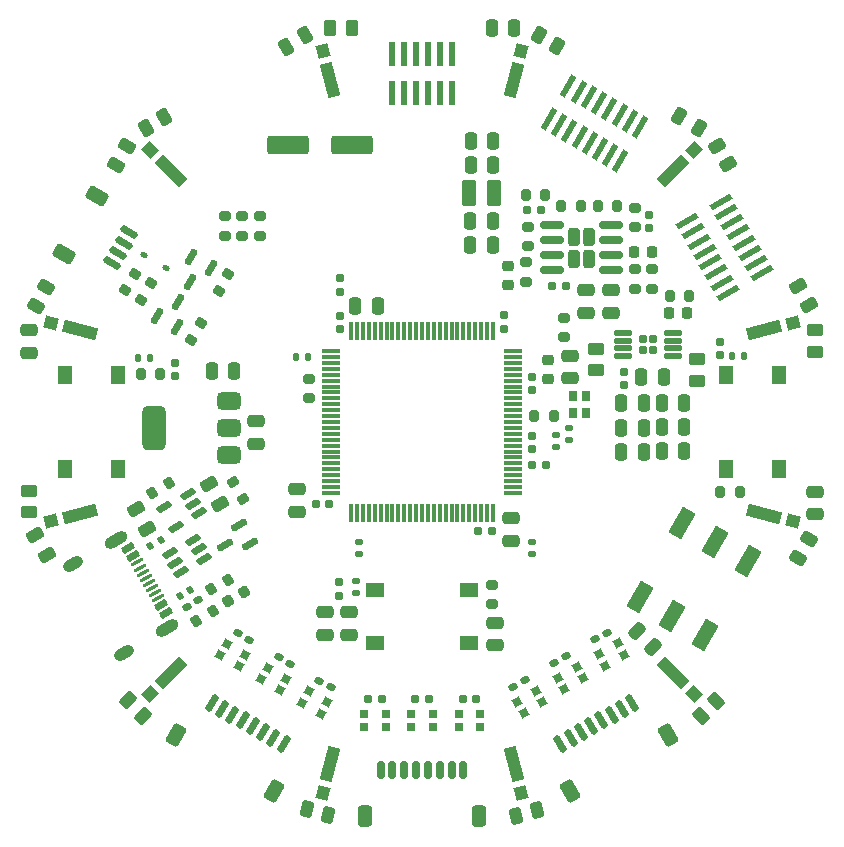
<source format=gbr>
%TF.GenerationSoftware,KiCad,Pcbnew,8.0.3*%
%TF.CreationDate,2024-08-19T15:25:54-04:00*%
%TF.ProjectId,vibrometer_h7,76696272-6f6d-4657-9465-725f68372e6b,rev?*%
%TF.SameCoordinates,Original*%
%TF.FileFunction,Paste,Top*%
%TF.FilePolarity,Positive*%
%FSLAX46Y46*%
G04 Gerber Fmt 4.6, Leading zero omitted, Abs format (unit mm)*
G04 Created by KiCad (PCBNEW 8.0.3) date 2024-08-19 15:25:54*
%MOMM*%
%LPD*%
G01*
G04 APERTURE LIST*
G04 Aperture macros list*
%AMRoundRect*
0 Rectangle with rounded corners*
0 $1 Rounding radius*
0 $2 $3 $4 $5 $6 $7 $8 $9 X,Y pos of 4 corners*
0 Add a 4 corners polygon primitive as box body*
4,1,4,$2,$3,$4,$5,$6,$7,$8,$9,$2,$3,0*
0 Add four circle primitives for the rounded corners*
1,1,$1+$1,$2,$3*
1,1,$1+$1,$4,$5*
1,1,$1+$1,$6,$7*
1,1,$1+$1,$8,$9*
0 Add four rect primitives between the rounded corners*
20,1,$1+$1,$2,$3,$4,$5,0*
20,1,$1+$1,$4,$5,$6,$7,0*
20,1,$1+$1,$6,$7,$8,$9,0*
20,1,$1+$1,$8,$9,$2,$3,0*%
%AMHorizOval*
0 Thick line with rounded ends*
0 $1 width*
0 $2 $3 position (X,Y) of the first rounded end (center of the circle)*
0 $4 $5 position (X,Y) of the second rounded end (center of the circle)*
0 Add line between two ends*
20,1,$1,$2,$3,$4,$5,0*
0 Add two circle primitives to create the rounded ends*
1,1,$1,$2,$3*
1,1,$1,$4,$5*%
%AMRotRect*
0 Rectangle, with rotation*
0 The origin of the aperture is its center*
0 $1 length*
0 $2 width*
0 $3 Rotation angle, in degrees counterclockwise*
0 Add horizontal line*
21,1,$1,$2,0,0,$3*%
G04 Aperture macros list end*
%ADD10RoundRect,0.250000X-0.450000X0.262500X-0.450000X-0.262500X0.450000X-0.262500X0.450000X0.262500X0*%
%ADD11RoundRect,0.200000X-0.275000X0.200000X-0.275000X-0.200000X0.275000X-0.200000X0.275000X0.200000X0*%
%ADD12RoundRect,0.250000X0.512652X0.159099X0.159099X0.512652X-0.512652X-0.159099X-0.159099X-0.512652X0*%
%ADD13RoundRect,0.250000X0.536362X0.020994X0.286362X0.454006X-0.536362X-0.020994X-0.286362X-0.454006X0*%
%ADD14RoundRect,0.155000X0.155000X-0.212500X0.155000X0.212500X-0.155000X0.212500X-0.155000X-0.212500X0*%
%ADD15R,0.800000X0.900000*%
%ADD16R,0.700000X0.700000*%
%ADD17RoundRect,0.200000X0.200000X0.275000X-0.200000X0.275000X-0.200000X-0.275000X0.200000X-0.275000X0*%
%ADD18RoundRect,0.250000X-0.503814X-0.132583X-0.132583X-0.503814X0.503814X0.132583X0.132583X0.503814X0*%
%ADD19RoundRect,0.225000X-0.225000X-0.250000X0.225000X-0.250000X0.225000X0.250000X-0.225000X0.250000X0*%
%ADD20RoundRect,0.250000X-0.536362X-0.020994X-0.286362X-0.454006X0.536362X0.020994X0.286362X0.454006X0*%
%ADD21RoundRect,0.150000X-0.442404X-0.466266X-0.182596X-0.616266X0.442404X0.466266X0.182596X0.616266X0*%
%ADD22RoundRect,0.250000X-0.628109X-0.387917X-0.021891X-0.737917X0.628109X0.387917X0.021891X0.737917X0*%
%ADD23RoundRect,0.250000X0.132583X-0.503814X0.503814X-0.132583X-0.132583X0.503814X-0.503814X0.132583X0*%
%ADD24RoundRect,0.155000X-0.106530X-0.240484X0.261530X-0.027984X0.106530X0.240484X-0.261530X0.027984X0*%
%ADD25RoundRect,0.250000X0.250000X0.475000X-0.250000X0.475000X-0.250000X-0.475000X0.250000X-0.475000X0*%
%ADD26RoundRect,0.250000X0.262500X0.450000X-0.262500X0.450000X-0.262500X-0.450000X0.262500X-0.450000X0*%
%ADD27RoundRect,0.250000X0.454006X0.286362X0.020994X0.536362X-0.454006X-0.286362X-0.020994X-0.536362X0*%
%ADD28RoundRect,0.250000X-0.250000X-0.475000X0.250000X-0.475000X0.250000X0.475000X-0.250000X0.475000X0*%
%ADD29RoundRect,0.155000X-0.155000X0.212500X-0.155000X-0.212500X0.155000X-0.212500X0.155000X0.212500X0*%
%ADD30RoundRect,0.135000X-0.024413X-0.227715X0.209413X-0.092715X0.024413X0.227715X-0.209413X0.092715X0*%
%ADD31RotRect,2.920000X1.040000X285.000000*%
%ADD32RotRect,1.100000X1.040000X285.000000*%
%ADD33RoundRect,0.225000X0.250000X-0.225000X0.250000X0.225000X-0.250000X0.225000X-0.250000X-0.225000X0*%
%ADD34RotRect,0.700000X0.700000X150.000000*%
%ADD35R,1.300000X1.550000*%
%ADD36RoundRect,0.250000X-0.475000X0.250000X-0.475000X-0.250000X0.475000X-0.250000X0.475000X0.250000X0*%
%ADD37RoundRect,0.150000X-0.368838X-0.386154X0.518838X0.126346X0.368838X0.386154X-0.518838X-0.126346X0*%
%ADD38RotRect,2.920000X1.040000X15.000000*%
%ADD39RotRect,1.100000X1.040000X15.000000*%
%ADD40RotRect,2.920000X1.040000X315.000000*%
%ADD41RotRect,1.100000X1.040000X315.000000*%
%ADD42RoundRect,0.155000X0.212500X0.155000X-0.212500X0.155000X-0.212500X-0.155000X0.212500X-0.155000X0*%
%ADD43RoundRect,0.218750X-0.061318X-0.331294X0.317568X-0.112544X0.061318X0.331294X-0.317568X0.112544X0*%
%ADD44RoundRect,0.075000X0.725000X0.075000X-0.725000X0.075000X-0.725000X-0.075000X0.725000X-0.075000X0*%
%ADD45RoundRect,0.075000X0.075000X0.725000X-0.075000X0.725000X-0.075000X-0.725000X0.075000X-0.725000X0*%
%ADD46RoundRect,0.250000X-0.020994X0.536362X-0.454006X0.286362X0.020994X-0.536362X0.454006X-0.286362X0*%
%ADD47RoundRect,0.250000X0.520961X-0.002332X0.258461X0.452332X-0.520961X0.002332X-0.258461X-0.452332X0*%
%ADD48RoundRect,0.155000X-0.212500X-0.155000X0.212500X-0.155000X0.212500X0.155000X-0.212500X0.155000X0*%
%ADD49RoundRect,0.250000X-0.286362X0.454006X-0.536362X0.020994X0.286362X-0.454006X0.536362X-0.020994X0*%
%ADD50R,1.550000X1.300000*%
%ADD51RotRect,2.920000X1.040000X45.000000*%
%ADD52RotRect,1.100000X1.040000X45.000000*%
%ADD53RoundRect,0.200000X0.035705X0.338157X-0.310705X0.138157X-0.035705X-0.338157X0.310705X-0.138157X0*%
%ADD54RoundRect,0.135000X0.135000X0.185000X-0.135000X0.185000X-0.135000X-0.185000X0.135000X-0.185000X0*%
%ADD55RoundRect,0.135000X0.185000X-0.135000X0.185000X0.135000X-0.185000X0.135000X-0.185000X-0.135000X0*%
%ADD56RoundRect,0.112500X-0.218630X-0.003678X0.106130X-0.191178X0.218630X0.003678X-0.106130X0.191178X0*%
%ADD57RoundRect,0.250000X-0.258461X0.452332X-0.520961X-0.002332X0.258461X-0.452332X0.520961X0.002332X0*%
%ADD58RoundRect,0.150000X0.182596X-0.616266X0.442404X-0.466266X-0.182596X0.616266X-0.442404X0.466266X0*%
%ADD59RoundRect,0.250000X0.021891X-0.737917X0.628109X-0.387917X-0.021891X0.737917X-0.628109X0.387917X0*%
%ADD60RoundRect,0.250000X0.450000X-0.262500X0.450000X0.262500X-0.450000X0.262500X-0.450000X-0.262500X0*%
%ADD61RoundRect,0.155000X-0.261530X-0.027984X0.106530X-0.240484X0.261530X0.027984X-0.106530X0.240484X0*%
%ADD62RoundRect,0.200000X-0.035705X-0.338157X0.310705X-0.138157X0.035705X0.338157X-0.310705X0.138157X0*%
%ADD63RoundRect,0.250000X0.475000X-0.250000X0.475000X0.250000X-0.475000X0.250000X-0.475000X-0.250000X0*%
%ADD64RotRect,2.000000X0.500000X240.000000*%
%ADD65RoundRect,0.200000X0.275000X-0.200000X0.275000X0.200000X-0.275000X0.200000X-0.275000X-0.200000X0*%
%ADD66RotRect,0.700000X0.700000X210.000000*%
%ADD67RotRect,2.920000X1.040000X75.000000*%
%ADD68RotRect,1.100000X1.040000X75.000000*%
%ADD69RoundRect,0.225000X0.225000X0.250000X-0.225000X0.250000X-0.225000X-0.250000X0.225000X-0.250000X0*%
%ADD70RoundRect,0.150000X-0.466266X0.442404X-0.616266X0.182596X0.466266X-0.442404X0.616266X-0.182596X0*%
%ADD71RoundRect,0.250000X-0.387917X0.628109X-0.737917X0.021891X0.387917X-0.628109X0.737917X-0.021891X0*%
%ADD72RotRect,2.920000X1.040000X255.000000*%
%ADD73RotRect,1.100000X1.040000X255.000000*%
%ADD74RoundRect,0.150000X0.163846X0.583790X-0.423654X-0.433790X-0.163846X-0.583790X0.423654X0.433790X0*%
%ADD75RotRect,2.920000X1.040000X165.000000*%
%ADD76RotRect,1.100000X1.040000X165.000000*%
%ADD77RoundRect,0.135000X-0.135000X-0.185000X0.135000X-0.185000X0.135000X0.185000X-0.135000X0.185000X0*%
%ADD78RoundRect,0.135000X-0.185000X0.135000X-0.185000X-0.135000X0.185000X-0.135000X0.185000X0.135000X0*%
%ADD79RoundRect,0.150000X0.368838X0.386154X-0.518838X-0.126346X-0.368838X-0.386154X0.518838X0.126346X0*%
%ADD80RoundRect,0.150000X0.433790X0.423654X-0.583790X-0.163846X-0.433790X-0.423654X0.583790X0.163846X0*%
%ADD81RoundRect,0.200000X0.338157X-0.035705X0.138157X0.310705X-0.338157X0.035705X-0.138157X-0.310705X0*%
%ADD82RotRect,2.920000X1.040000X345.000000*%
%ADD83RotRect,1.100000X1.040000X345.000000*%
%ADD84RoundRect,0.140000X-0.170000X0.140000X-0.170000X-0.140000X0.170000X-0.140000X0.170000X0.140000X0*%
%ADD85RoundRect,0.200000X-0.200000X-0.275000X0.200000X-0.275000X0.200000X0.275000X-0.200000X0.275000X0*%
%ADD86RotRect,2.920000X1.040000X195.000000*%
%ADD87RotRect,1.100000X1.040000X195.000000*%
%ADD88RoundRect,0.250000X-0.137087X-0.502607X0.370024X-0.366727X0.137087X0.502607X-0.370024X0.366727X0*%
%ADD89RoundRect,0.218750X-0.256250X0.218750X-0.256250X-0.218750X0.256250X-0.218750X0.256250X0.218750X0*%
%ADD90RotRect,2.000000X0.500000X210.000000*%
%ADD91RoundRect,0.250000X0.258461X-0.452332X0.520961X0.002332X-0.258461X0.452332X-0.520961X-0.002332X0*%
%ADD92R,0.500000X2.000000*%
%ADD93RoundRect,0.250000X0.002332X0.520961X-0.452332X0.258461X-0.002332X-0.520961X0.452332X-0.258461X0*%
%ADD94RoundRect,0.200000X0.138157X-0.310705X0.338157X0.035705X-0.138157X0.310705X-0.338157X-0.035705X0*%
%ADD95RoundRect,0.157500X0.157500X0.222500X-0.157500X0.222500X-0.157500X-0.222500X0.157500X-0.222500X0*%
%ADD96RoundRect,0.125000X0.600000X0.125000X-0.600000X0.125000X-0.600000X-0.125000X0.600000X-0.125000X0*%
%ADD97RoundRect,0.200000X-0.138157X0.310705X-0.338157X-0.035705X0.138157X-0.310705X0.338157X0.035705X0*%
%ADD98RoundRect,0.150000X-0.150000X-0.625000X0.150000X-0.625000X0.150000X0.625000X-0.150000X0.625000X0*%
%ADD99RoundRect,0.250000X-0.350000X-0.650000X0.350000X-0.650000X0.350000X0.650000X-0.350000X0.650000X0*%
%ADD100RotRect,2.500000X1.250000X240.000000*%
%ADD101RoundRect,0.250000X0.452332X0.258461X-0.002332X0.520961X-0.452332X-0.258461X0.002332X-0.520961X0*%
%ADD102RoundRect,0.150000X-0.163846X-0.583790X0.423654X0.433790X0.163846X0.583790X-0.423654X-0.433790X0*%
%ADD103RotRect,2.920000X1.040000X225.000000*%
%ADD104RotRect,1.100000X1.040000X225.000000*%
%ADD105RoundRect,0.250000X1.500000X0.550000X-1.500000X0.550000X-1.500000X-0.550000X1.500000X-0.550000X0*%
%ADD106RotRect,2.920000X1.040000X135.000000*%
%ADD107RotRect,1.100000X1.040000X135.000000*%
%ADD108RoundRect,0.242500X0.242500X0.527500X-0.242500X0.527500X-0.242500X-0.527500X0.242500X-0.527500X0*%
%ADD109RoundRect,0.150000X0.825000X0.150000X-0.825000X0.150000X-0.825000X-0.150000X0.825000X-0.150000X0*%
%ADD110RoundRect,0.250000X-0.370024X-0.366727X0.137087X-0.502607X0.370024X0.366727X-0.137087X0.502607X0*%
%ADD111RoundRect,0.150000X-0.443061X-0.082596X-0.293061X-0.342404X0.443061X0.082596X0.293061X0.342404X0*%
%ADD112RoundRect,0.075000X-0.470513X-0.185048X-0.395513X-0.314952X0.470513X0.185048X0.395513X0.314952X0*%
%ADD113HorizOval,1.000000X-0.476314X-0.275000X0.476314X0.275000X0*%
%ADD114HorizOval,1.000000X-0.346410X-0.200000X0.346410X0.200000X0*%
%ADD115RoundRect,0.250000X-0.375000X-0.850000X0.375000X-0.850000X0.375000X0.850000X-0.375000X0.850000X0*%
%ADD116RotRect,2.920000X1.040000X105.000000*%
%ADD117RotRect,1.100000X1.040000X105.000000*%
%ADD118RoundRect,0.375000X0.625000X0.375000X-0.625000X0.375000X-0.625000X-0.375000X0.625000X-0.375000X0*%
%ADD119RoundRect,0.500000X0.500000X1.400000X-0.500000X1.400000X-0.500000X-1.400000X0.500000X-1.400000X0*%
G04 APERTURE END LIST*
D10*
%TO.C,R903*%
X173300000Y-94687500D03*
X173300000Y-96512500D03*
%TD*%
D11*
%TO.C,R911*%
X158800000Y-86475000D03*
X158800000Y-88125000D03*
%TD*%
D12*
%TO.C,C1006*%
X169571751Y-119071751D03*
X168228249Y-117728249D03*
%TD*%
D13*
%TO.C,C302*%
X126750000Y-109022724D03*
X125800000Y-107377276D03*
%TD*%
D14*
%TO.C,C205*%
X143050000Y-92167500D03*
X143050000Y-91032500D03*
%TD*%
D13*
%TO.C,C305*%
X132925000Y-106922724D03*
X131975000Y-105277276D03*
%TD*%
D15*
%TO.C,Y201*%
X163870000Y-99200000D03*
X163870000Y-97800000D03*
X162770000Y-97800000D03*
X162770000Y-99200000D03*
%TD*%
D16*
%TO.C,D405*%
X150932500Y-125800000D03*
X150932500Y-124700000D03*
X149102500Y-124700000D03*
X149102500Y-125800000D03*
%TD*%
D17*
%TO.C,R908*%
X163425000Y-81700000D03*
X161775000Y-81700000D03*
%TD*%
D11*
%TO.C,R904*%
X168000000Y-87075000D03*
X168000000Y-88725000D03*
%TD*%
D18*
%TO.C,R1011*%
X125129766Y-123579765D03*
X126420234Y-124870235D03*
%TD*%
D19*
%TO.C,C915*%
X170925000Y-90800000D03*
X172475000Y-90800000D03*
%TD*%
D20*
%TO.C,C1010*%
X117275000Y-109602276D03*
X118225000Y-111247724D03*
%TD*%
D21*
%TO.C,J601*%
X132218911Y-123767949D03*
X133084936Y-124267949D03*
X133950962Y-124767949D03*
X134816987Y-125267949D03*
X135683013Y-125767949D03*
X136549038Y-126267949D03*
X137415064Y-126767949D03*
X138281089Y-127267949D03*
D22*
X129155578Y-126473798D03*
X137469422Y-131273798D03*
%TD*%
D23*
%TO.C,R1008*%
X173614765Y-124905235D03*
X174905235Y-123614765D03*
%TD*%
D24*
%TO.C,C301*%
X130083531Y-115633750D03*
X131066469Y-115066250D03*
%TD*%
D25*
%TO.C,C907*%
X172210000Y-102480000D03*
X170310000Y-102480000D03*
%TD*%
D26*
%TO.C,R1016*%
X144037500Y-66675000D03*
X142212500Y-66675000D03*
%TD*%
D11*
%TO.C,R912*%
X159000000Y-83475000D03*
X159000000Y-85125000D03*
%TD*%
D27*
%TO.C,C1003*%
X173422724Y-75075000D03*
X171777276Y-74125000D03*
%TD*%
D28*
%TO.C,C911*%
X166860000Y-98430000D03*
X168760000Y-98430000D03*
%TD*%
D29*
%TO.C,C208*%
X129050000Y-94982500D03*
X129050000Y-96117500D03*
%TD*%
D25*
%TO.C,C309*%
X156012724Y-78238347D03*
X154112724Y-78238347D03*
%TD*%
%TO.C,C310*%
X156000000Y-85000000D03*
X154100000Y-85000000D03*
%TD*%
D30*
%TO.C,R303*%
X126983327Y-110480000D03*
X127866673Y-109970000D03*
%TD*%
D31*
%TO.C,D1006*%
X157764571Y-128977775D03*
D32*
X158416795Y-131411909D03*
%TD*%
D33*
%TO.C,C912*%
X157300000Y-88375000D03*
X157300000Y-86825000D03*
%TD*%
D34*
%TO.C,D403*%
X141431515Y-124683814D03*
X141981515Y-123731186D03*
X140396689Y-122816186D03*
X139846689Y-123768814D03*
%TD*%
D35*
%TO.C,SW201*%
X119750000Y-103980000D03*
X119750000Y-96020000D03*
X124250000Y-103980000D03*
X124250000Y-96020000D03*
%TD*%
D36*
%TO.C,C204*%
X139450000Y-105700000D03*
X139450000Y-107600000D03*
%TD*%
D37*
%TO.C,U301*%
X128639896Y-111096026D03*
X129114896Y-111918750D03*
X129589896Y-112741474D03*
X131560104Y-111603974D03*
X131085104Y-110781250D03*
X130610104Y-109958526D03*
%TD*%
D38*
%TO.C,D1003*%
X178977775Y-92235429D03*
D39*
X181411909Y-91583205D03*
%TD*%
D40*
%TO.C,D1005*%
X171213203Y-121213203D03*
D41*
X172995113Y-122995113D03*
%TD*%
D14*
%TO.C,C211*%
X143050000Y-88967500D03*
X143050000Y-87832500D03*
%TD*%
D42*
%TO.C,C901*%
X162167500Y-88500000D03*
X161032500Y-88500000D03*
%TD*%
D16*
%TO.C,D404*%
X146932500Y-125800000D03*
X146932500Y-124700000D03*
X145102500Y-124700000D03*
X145102500Y-125800000D03*
%TD*%
D29*
%TO.C,C202*%
X159290000Y-101182500D03*
X159290000Y-102317500D03*
%TD*%
D43*
%TO.C,D301*%
X133593005Y-115193750D03*
X134956995Y-114406250D03*
%TD*%
D44*
%TO.C,U201*%
X157675000Y-106000000D03*
X157675000Y-105500000D03*
X157675000Y-105000000D03*
X157675000Y-104500000D03*
X157675000Y-104000000D03*
X157675000Y-103500000D03*
X157675000Y-103000000D03*
X157675000Y-102500000D03*
X157675000Y-102000000D03*
X157675000Y-101500000D03*
X157675000Y-101000000D03*
X157675000Y-100500000D03*
X157675000Y-100000000D03*
X157675000Y-99500000D03*
X157675000Y-99000000D03*
X157675000Y-98500000D03*
X157675000Y-98000000D03*
X157675000Y-97500000D03*
X157675000Y-97000000D03*
X157675000Y-96500000D03*
X157675000Y-96000000D03*
X157675000Y-95500000D03*
X157675000Y-95000000D03*
X157675000Y-94500000D03*
X157675000Y-94000000D03*
D45*
X156000000Y-92325000D03*
X155500000Y-92325000D03*
X155000000Y-92325000D03*
X154500000Y-92325000D03*
X154000000Y-92325000D03*
X153500000Y-92325000D03*
X153000000Y-92325000D03*
X152500000Y-92325000D03*
X152000000Y-92325000D03*
X151500000Y-92325000D03*
X151000000Y-92325000D03*
X150500000Y-92325000D03*
X150000000Y-92325000D03*
X149500000Y-92325000D03*
X149000000Y-92325000D03*
X148500000Y-92325000D03*
X148000000Y-92325000D03*
X147500000Y-92325000D03*
X147000000Y-92325000D03*
X146500000Y-92325000D03*
X146000000Y-92325000D03*
X145500000Y-92325000D03*
X145000000Y-92325000D03*
X144500000Y-92325000D03*
X144000000Y-92325000D03*
D44*
X142325000Y-94000000D03*
X142325000Y-94500000D03*
X142325000Y-95000000D03*
X142325000Y-95500000D03*
X142325000Y-96000000D03*
X142325000Y-96500000D03*
X142325000Y-97000000D03*
X142325000Y-97500000D03*
X142325000Y-98000000D03*
X142325000Y-98500000D03*
X142325000Y-99000000D03*
X142325000Y-99500000D03*
X142325000Y-100000000D03*
X142325000Y-100500000D03*
X142325000Y-101000000D03*
X142325000Y-101500000D03*
X142325000Y-102000000D03*
X142325000Y-102500000D03*
X142325000Y-103000000D03*
X142325000Y-103500000D03*
X142325000Y-104000000D03*
X142325000Y-104500000D03*
X142325000Y-105000000D03*
X142325000Y-105500000D03*
X142325000Y-106000000D03*
D45*
X144000000Y-107675000D03*
X144500000Y-107675000D03*
X145000000Y-107675000D03*
X145500000Y-107675000D03*
X146000000Y-107675000D03*
X146500000Y-107675000D03*
X147000000Y-107675000D03*
X147500000Y-107675000D03*
X148000000Y-107675000D03*
X148500000Y-107675000D03*
X149000000Y-107675000D03*
X149500000Y-107675000D03*
X150000000Y-107675000D03*
X150500000Y-107675000D03*
X151000000Y-107675000D03*
X151500000Y-107675000D03*
X152000000Y-107675000D03*
X152500000Y-107675000D03*
X153000000Y-107675000D03*
X153500000Y-107675000D03*
X154000000Y-107675000D03*
X154500000Y-107675000D03*
X155000000Y-107675000D03*
X155500000Y-107675000D03*
X156000000Y-107675000D03*
%TD*%
D46*
%TO.C,C1013*%
X140122724Y-67275000D03*
X138477276Y-68225000D03*
%TD*%
D47*
%TO.C,R1004*%
X175881250Y-78190248D03*
X174968750Y-76609752D03*
%TD*%
D14*
%TO.C,C501*%
X143000000Y-114717500D03*
X143000000Y-113582500D03*
%TD*%
D48*
%TO.C,C404*%
X145450000Y-123450000D03*
X146585000Y-123450000D03*
%TD*%
D49*
%TO.C,C1012*%
X125050000Y-76627276D03*
X124100000Y-78272724D03*
%TD*%
D50*
%TO.C,SW501*%
X153980000Y-118750000D03*
X146020000Y-118750000D03*
X153980000Y-114250000D03*
X146020000Y-114250000D03*
%TD*%
D11*
%TO.C,R1012*%
X133300000Y-82575000D03*
X133300000Y-84225000D03*
%TD*%
D51*
%TO.C,D1002*%
X171213203Y-78786797D03*
D52*
X172995113Y-77004887D03*
%TD*%
D24*
%TO.C,C408*%
X161191118Y-120408718D03*
X162174056Y-119841218D03*
%TD*%
D53*
%TO.C,R302*%
X133564471Y-113337500D03*
X132135529Y-114162500D03*
%TD*%
D10*
%TO.C,R910*%
X164700000Y-93787500D03*
X164700000Y-95612500D03*
%TD*%
D54*
%TO.C,R503*%
X177250000Y-94380000D03*
X176230000Y-94380000D03*
%TD*%
D48*
%TO.C,C406*%
X153450000Y-123450000D03*
X154585000Y-123450000D03*
%TD*%
D55*
%TO.C,R403*%
X159300000Y-111160000D03*
X159300000Y-110140000D03*
%TD*%
D42*
%TO.C,C203*%
X155917500Y-109250000D03*
X154782500Y-109250000D03*
%TD*%
D56*
%TO.C,D201*%
X126490673Y-85875000D03*
X128309327Y-86925000D03*
%TD*%
D57*
%TO.C,R1014*%
X118206250Y-88559752D03*
X117293750Y-90140248D03*
%TD*%
D58*
%TO.C,J801*%
X161718911Y-127267949D03*
X162584936Y-126767949D03*
X163450962Y-126267949D03*
X164316987Y-125767949D03*
X165183013Y-125267949D03*
X166049038Y-124767949D03*
X166915064Y-124267949D03*
X167781089Y-123767949D03*
D59*
X162530578Y-131273798D03*
X170844422Y-126473798D03*
%TD*%
D42*
%TO.C,C210*%
X142167500Y-106975000D03*
X141032500Y-106975000D03*
%TD*%
D60*
%TO.C,R1005*%
X183275000Y-94037500D03*
X183275000Y-92212500D03*
%TD*%
D61*
%TO.C,C401*%
X134394429Y-117907404D03*
X135377367Y-118474904D03*
%TD*%
D62*
%TO.C,R301*%
X130885529Y-116812500D03*
X132314471Y-115987500D03*
%TD*%
D63*
%TO.C,C1008*%
X143850000Y-118025000D03*
X143850000Y-116125000D03*
%TD*%
D64*
%TO.C,J501*%
X168456089Y-75021058D03*
X166806089Y-77878942D03*
X167590064Y-74521058D03*
X165940064Y-77378942D03*
X166724038Y-74021058D03*
X165074038Y-76878942D03*
X165858013Y-73521058D03*
X164208013Y-76378942D03*
X164991987Y-73021058D03*
X163341987Y-75878942D03*
X164125962Y-72521058D03*
X162475962Y-75378942D03*
X163259936Y-72021058D03*
X161609936Y-74878942D03*
X162393911Y-71521058D03*
X160743911Y-74378942D03*
%TD*%
D17*
%TO.C,R209*%
X161165000Y-99460000D03*
X159515000Y-99460000D03*
%TD*%
D28*
%TO.C,C913*%
X166860000Y-100480000D03*
X168760000Y-100480000D03*
%TD*%
D65*
%TO.C,R206*%
X140450000Y-97975000D03*
X140450000Y-96325000D03*
%TD*%
D66*
%TO.C,D407*%
X160185899Y-123702628D03*
X159635899Y-122750000D03*
X158051073Y-123665000D03*
X158601073Y-124617628D03*
%TD*%
D67*
%TO.C,D1001*%
X157764571Y-71022225D03*
D68*
X158416795Y-68588091D03*
%TD*%
D69*
%TO.C,C902*%
X169475000Y-85600000D03*
X167925000Y-85600000D03*
%TD*%
D70*
%TO.C,J201*%
X125232051Y-83950962D03*
X124732051Y-84816987D03*
X124232051Y-85683013D03*
X123732051Y-86549038D03*
D71*
X122526202Y-80887629D03*
X119726202Y-85737371D03*
%TD*%
D25*
%TO.C,C311*%
X156000000Y-83000000D03*
X154100000Y-83000000D03*
%TD*%
D72*
%TO.C,D1007*%
X142235429Y-128977775D03*
D73*
X141583205Y-131411909D03*
%TD*%
D74*
%TO.C,Q203*%
X132097724Y-86965673D03*
X130452276Y-86015673D03*
X130337500Y-88114471D03*
%TD*%
D75*
%TO.C,D1010*%
X121022225Y-92235429D03*
D76*
X118588091Y-91583205D03*
%TD*%
D55*
%TO.C,R402*%
X144710000Y-111150000D03*
X144710000Y-110130000D03*
%TD*%
D48*
%TO.C,C405*%
X149450000Y-123450000D03*
X150585000Y-123450000D03*
%TD*%
D77*
%TO.C,R205*%
X125940000Y-94600000D03*
X126960000Y-94600000D03*
%TD*%
D25*
%TO.C,C1002*%
X157800000Y-66675000D03*
X155900000Y-66675000D03*
%TD*%
D66*
%TO.C,D408*%
X163650000Y-121702628D03*
X163100000Y-120750000D03*
X161515174Y-121665000D03*
X162065174Y-122617628D03*
%TD*%
D24*
%TO.C,C407*%
X157727017Y-122408718D03*
X158709955Y-121841218D03*
%TD*%
D28*
%TO.C,C914*%
X166860000Y-102530000D03*
X168760000Y-102530000D03*
%TD*%
D78*
%TO.C,R501*%
X144400000Y-113490000D03*
X144400000Y-114510000D03*
%TD*%
D79*
%TO.C,U302*%
X131110104Y-107728974D03*
X130635104Y-106906250D03*
X130160104Y-106083526D03*
X128189896Y-107221026D03*
X129139896Y-108866474D03*
%TD*%
D36*
%TO.C,C1007*%
X156150000Y-117000000D03*
X156150000Y-118900000D03*
%TD*%
D77*
%TO.C,R401*%
X139340000Y-94500000D03*
X140360000Y-94500000D03*
%TD*%
D29*
%TO.C,C905*%
X169200000Y-82432500D03*
X169200000Y-83567500D03*
%TD*%
%TO.C,C904*%
X167100000Y-95732500D03*
X167100000Y-96867500D03*
%TD*%
D25*
%TO.C,C312*%
X156012724Y-76238346D03*
X154112724Y-76238346D03*
%TD*%
D80*
%TO.C,Q202*%
X135423798Y-110335224D03*
X134473798Y-108689776D03*
X133325000Y-110450000D03*
%TD*%
D81*
%TO.C,R203*%
X134862500Y-106514471D03*
X134037500Y-105085529D03*
%TD*%
D82*
%TO.C,D1004*%
X178977775Y-107764571D03*
D83*
X181411909Y-108416795D03*
%TD*%
D63*
%TO.C,C306*%
X162500000Y-96300000D03*
X162500000Y-94400000D03*
%TD*%
D84*
%TO.C,C213*%
X161360000Y-101140000D03*
X161360000Y-102100000D03*
%TD*%
D85*
%TO.C,R906*%
X170975000Y-89300000D03*
X172625000Y-89300000D03*
%TD*%
D36*
%TO.C,C910*%
X163900000Y-88850000D03*
X163900000Y-90750000D03*
%TD*%
D66*
%TO.C,D409*%
X167114102Y-119702628D03*
X166564102Y-118750000D03*
X164979276Y-119665000D03*
X165529276Y-120617628D03*
%TD*%
D86*
%TO.C,D1009*%
X121022225Y-107764571D03*
D87*
X118588093Y-108416795D03*
%TD*%
D88*
%TO.C,R1009*%
X157993593Y-133336172D03*
X159756407Y-132863828D03*
%TD*%
D36*
%TO.C,C1011*%
X116700000Y-92225000D03*
X116700000Y-94125000D03*
%TD*%
D85*
%TO.C,R909*%
X158775000Y-80800000D03*
X160425000Y-80800000D03*
%TD*%
D89*
%TO.C,L301*%
X160670000Y-94742500D03*
X160670000Y-96317500D03*
%TD*%
D63*
%TO.C,C1005*%
X183310000Y-107790000D03*
X183310000Y-105890000D03*
%TD*%
D90*
%TO.C,J502*%
X178778942Y-87406089D03*
X175921058Y-89056089D03*
X178278942Y-86540064D03*
X175421058Y-88190064D03*
X177778942Y-85674038D03*
X174921058Y-87324038D03*
X177278942Y-84808013D03*
X174421058Y-86458013D03*
X176778942Y-83941987D03*
X173921058Y-85591987D03*
X176278942Y-83075962D03*
X173421058Y-84725962D03*
X175778942Y-82209936D03*
X172921058Y-83859936D03*
X175278942Y-81343911D03*
X172421058Y-82993911D03*
%TD*%
D36*
%TO.C,C909*%
X166000000Y-88850000D03*
X166000000Y-90750000D03*
%TD*%
D25*
%TO.C,C908*%
X172210000Y-100460000D03*
X170310000Y-100460000D03*
%TD*%
D24*
%TO.C,C409*%
X164655220Y-118408718D03*
X165638158Y-117841218D03*
%TD*%
D91*
%TO.C,R1006*%
X181818750Y-111490248D03*
X182731250Y-109909752D03*
%TD*%
D61*
%TO.C,C402*%
X137858531Y-119907404D03*
X138841469Y-120474904D03*
%TD*%
D34*
%TO.C,D402*%
X137967413Y-122683814D03*
X138517413Y-121731186D03*
X136932587Y-120816186D03*
X136382587Y-121768814D03*
%TD*%
D10*
%TO.C,R1013*%
X116750000Y-105812500D03*
X116750000Y-107637500D03*
%TD*%
D92*
%TO.C,J202*%
X147500000Y-72150000D03*
X147500000Y-68850000D03*
X148500000Y-72150000D03*
X148500000Y-68850000D03*
X149500000Y-72150000D03*
X149500000Y-68850000D03*
X150500000Y-72150000D03*
X150500000Y-68850000D03*
X151500000Y-72150000D03*
X151500000Y-68850000D03*
X152500000Y-72150000D03*
X152500000Y-68850000D03*
%TD*%
D48*
%TO.C,C916*%
X158922500Y-82020000D03*
X160057500Y-82020000D03*
%TD*%
D35*
%TO.C,SW502*%
X180250000Y-96020000D03*
X180250000Y-103980000D03*
X175750000Y-96020000D03*
X175750000Y-103980000D03*
%TD*%
D13*
%TO.C,C1004*%
X182750000Y-90097724D03*
X181800000Y-88452276D03*
%TD*%
D93*
%TO.C,R1015*%
X128190248Y-74168750D03*
X126609752Y-75081250D03*
%TD*%
D84*
%TO.C,C212*%
X162490000Y-100530000D03*
X162490000Y-101490000D03*
%TD*%
D36*
%TO.C,C304*%
X135950000Y-99950000D03*
X135950000Y-101850000D03*
%TD*%
D94*
%TO.C,R207*%
X130425000Y-93028942D03*
X131250000Y-91600000D03*
%TD*%
D17*
%TO.C,R204*%
X127825000Y-95900000D03*
X126175000Y-95900000D03*
%TD*%
D11*
%TO.C,R907*%
X162000000Y-91175000D03*
X162000000Y-92825000D03*
%TD*%
D95*
%TO.C,U902*%
X169532500Y-93900000D03*
X169532500Y-92960000D03*
X168752500Y-93900000D03*
X168752500Y-92960000D03*
D96*
X171292500Y-94405000D03*
X171292500Y-93755000D03*
X171292500Y-93105000D03*
X171292500Y-92455000D03*
X166992500Y-92455000D03*
X166992500Y-93105000D03*
X166992500Y-93755000D03*
X166992500Y-94405000D03*
%TD*%
D30*
%TO.C,R304*%
X129483327Y-114705000D03*
X130366673Y-114195000D03*
%TD*%
D97*
%TO.C,R208*%
X133600000Y-87500000D03*
X132775000Y-88928942D03*
%TD*%
D98*
%TO.C,J701*%
X146500001Y-129500000D03*
X147500000Y-129500000D03*
X148500000Y-129500000D03*
X149500000Y-129500000D03*
X150500000Y-129500000D03*
X151500001Y-129500000D03*
X152499999Y-129500000D03*
X153500000Y-129500001D03*
D99*
X145200000Y-133374999D03*
X154800000Y-133375000D03*
%TD*%
D25*
%TO.C,C906*%
X172210000Y-98430000D03*
X170310000Y-98430000D03*
%TD*%
D36*
%TO.C,C201*%
X157500000Y-108150000D03*
X157500000Y-110050000D03*
%TD*%
D100*
%TO.C,J901*%
X177579941Y-111787309D03*
X173979942Y-118022692D03*
X174791339Y-110177309D03*
X171191340Y-116412691D03*
X172020058Y-108577308D03*
X168420059Y-114812691D03*
%TD*%
D14*
%TO.C,C502*%
X175200000Y-94367500D03*
X175200000Y-93232500D03*
%TD*%
D101*
%TO.C,R1003*%
X161465248Y-68181250D03*
X159884752Y-67268750D03*
%TD*%
D102*
%TO.C,Q201*%
X127577276Y-91013269D03*
X129222724Y-91963269D03*
X129337500Y-89864471D03*
%TD*%
D17*
%TO.C,R504*%
X176925000Y-105900000D03*
X175275000Y-105900000D03*
%TD*%
D11*
%TO.C,R1002*%
X134800000Y-82575000D03*
X134800000Y-84225000D03*
%TD*%
D103*
%TO.C,D1008*%
X128750000Y-121250000D03*
D104*
X126968090Y-123031910D03*
%TD*%
D94*
%TO.C,R201*%
X124887500Y-88864471D03*
X125712500Y-87435529D03*
%TD*%
D65*
%TO.C,R905*%
X169500000Y-88725000D03*
X169500000Y-87075000D03*
%TD*%
D29*
%TO.C,C308*%
X159300000Y-96182500D03*
X159300000Y-97317500D03*
%TD*%
D105*
%TO.C,C1001*%
X144050000Y-76550000D03*
X138650000Y-76550000D03*
%TD*%
D48*
%TO.C,C209*%
X159352500Y-103640000D03*
X160487500Y-103640000D03*
%TD*%
D106*
%TO.C,D1011*%
X128786797Y-78786797D03*
D107*
X127004887Y-77004887D03*
%TD*%
D108*
%TO.C,U901*%
X164100000Y-86200000D03*
X164100000Y-84300000D03*
X162900000Y-86200000D03*
X162900000Y-84300000D03*
D109*
X165975000Y-87155000D03*
X165975000Y-85885000D03*
X165975000Y-84615000D03*
X165975000Y-83345000D03*
X161025000Y-83345000D03*
X161025000Y-84615000D03*
X161025000Y-85885000D03*
X161025000Y-87155000D03*
%TD*%
D110*
%TO.C,R1010*%
X140268593Y-132788828D03*
X142031407Y-133261172D03*
%TD*%
D29*
%TO.C,C207*%
X156950000Y-90982500D03*
X156950000Y-92117500D03*
%TD*%
D85*
%TO.C,R901*%
X164875000Y-81700000D03*
X166525000Y-81700000D03*
%TD*%
D62*
%TO.C,R305*%
X127160529Y-105987500D03*
X128589471Y-105162500D03*
%TD*%
D65*
%TO.C,R502*%
X155900000Y-115425000D03*
X155900000Y-113775000D03*
%TD*%
D34*
%TO.C,D401*%
X134503311Y-120683814D03*
X135053311Y-119731186D03*
X133468485Y-118816186D03*
X132918485Y-119768814D03*
%TD*%
D111*
%TO.C,J301*%
X125136973Y-110638719D03*
X125536973Y-111331539D03*
D112*
X126111973Y-112327468D03*
X126611973Y-113193494D03*
X126861973Y-113626505D03*
X127361973Y-114492532D03*
D111*
X127936973Y-115488461D03*
X128336973Y-116181281D03*
X128336973Y-116181281D03*
X127936973Y-115488461D03*
D112*
X127611973Y-114925544D03*
X127111973Y-114059519D03*
X126361973Y-112760481D03*
X125861973Y-111894456D03*
D111*
X125536973Y-111331539D03*
X125136973Y-110638719D03*
D113*
X124079009Y-109956270D03*
D114*
X120459023Y-112046270D03*
D113*
X128399009Y-117438730D03*
D114*
X124779023Y-119528730D03*
%TD*%
D11*
%TO.C,R902*%
X168000000Y-81875000D03*
X168000000Y-83525000D03*
%TD*%
D25*
%TO.C,C303*%
X134100000Y-95700000D03*
X132200000Y-95700000D03*
%TD*%
D61*
%TO.C,C403*%
X141322633Y-121907404D03*
X142305571Y-122474904D03*
%TD*%
D63*
%TO.C,C1009*%
X141775000Y-118025000D03*
X141775000Y-116125000D03*
%TD*%
D115*
%TO.C,L302*%
X153987723Y-80588347D03*
X156137723Y-80588347D03*
%TD*%
D11*
%TO.C,R1007*%
X136300000Y-82575000D03*
X136300000Y-84225000D03*
%TD*%
D16*
%TO.C,D406*%
X154932500Y-125800000D03*
X154932500Y-124700000D03*
X153102500Y-124700000D03*
X153102500Y-125800000D03*
%TD*%
D116*
%TO.C,D1012*%
X142235429Y-71022225D03*
D117*
X141583205Y-68588091D03*
%TD*%
D118*
%TO.C,U303*%
X133650000Y-102800000D03*
X133650000Y-100500000D03*
D119*
X127350000Y-100500000D03*
D118*
X133650000Y-98200000D03*
%TD*%
D28*
%TO.C,C903*%
X168550000Y-96200000D03*
X170450000Y-96200000D03*
%TD*%
D25*
%TO.C,C206*%
X146250000Y-90200000D03*
X144350000Y-90200000D03*
%TD*%
D94*
%TO.C,R202*%
X126237500Y-89664471D03*
X127062500Y-88235529D03*
%TD*%
M02*

</source>
